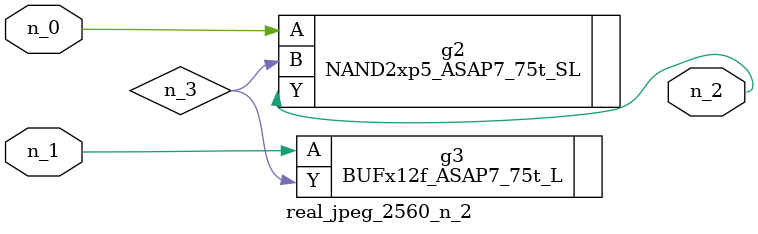
<source format=v>
module real_jpeg_2560_n_2 (n_1, n_0, n_2);

input n_1;
input n_0;

output n_2;

wire n_3;

NAND2xp5_ASAP7_75t_SL g2 ( 
.A(n_0),
.B(n_3),
.Y(n_2)
);

BUFx12f_ASAP7_75t_L g3 ( 
.A(n_1),
.Y(n_3)
);


endmodule
</source>
